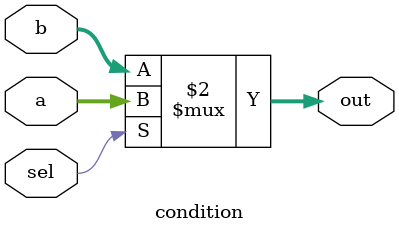
<source format=v>
module condition(a,b,sel,out);
  input[3:0] a, b;
  input sel;
  output[3:0] out;
  reg[3:0] out;
  always @(a or b or sel)
    begin
      out = sel?a:b;
    end
endmodule

</source>
